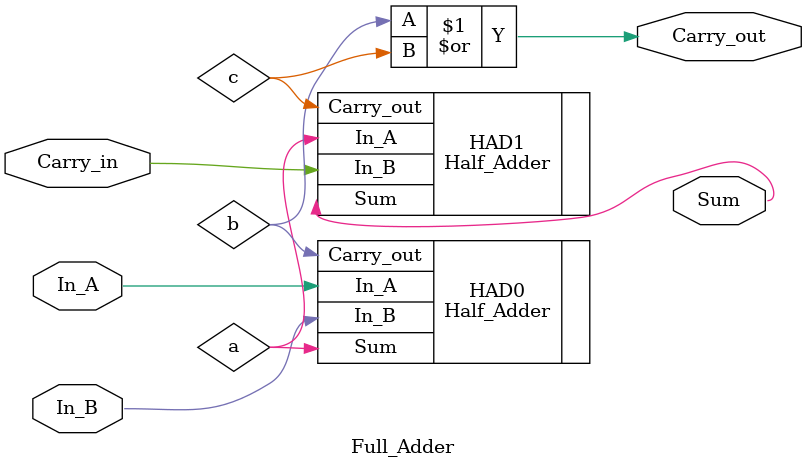
<source format=v>
`timescale 1ns / 1ps

module Full_Adder(
	In_A,
	In_B,
	Carry_in,
	Sum,
	Carry_out
);
input In_A, In_B, Carry_in;
output Sum, Carry_out;
wire a, b, c;

// implement full adder circuit, your code starts from here.
// use half adder in this module, fulfill I/O ports connection.
Half_Adder HAD0 (
	.In_A(In_A),
	.In_B(In_B),
	.Sum(a),
	.Carry_out(b)
);

	Half_Adder HAD1 (
		.In_A(a),
		.In_B(Carry_in),
		.Sum(Sum),
		.Carry_out(c)
	);

	or(Carry_out, b, c);

endmodule

</source>
